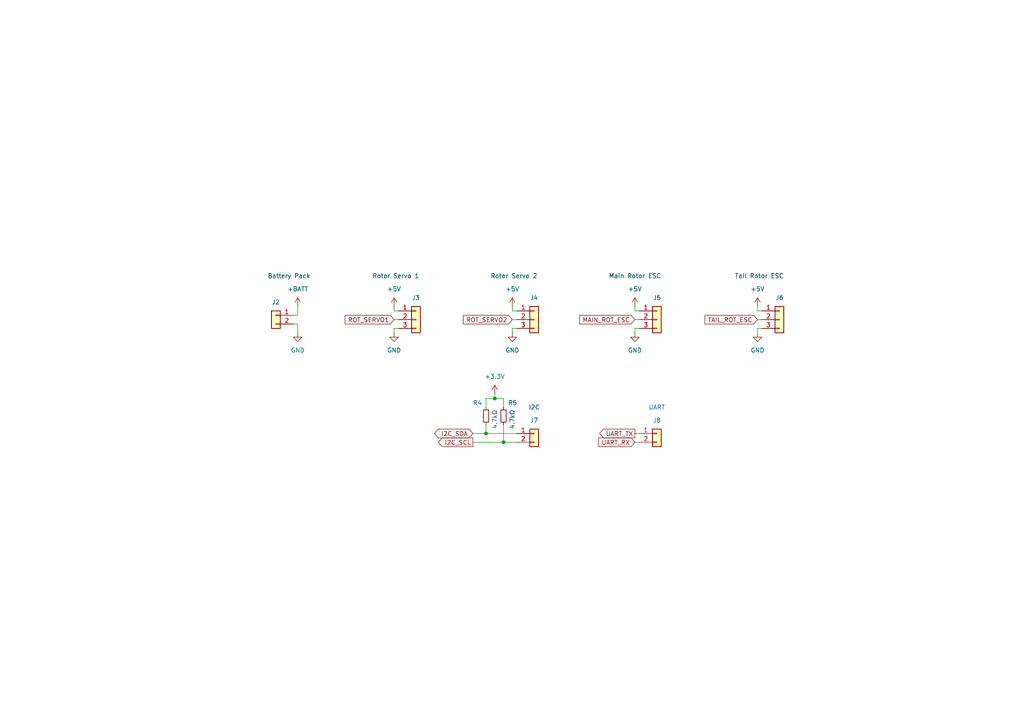
<source format=kicad_sch>
(kicad_sch (version 20211123) (generator eeschema)
  (paper "A4")
  (title_block (title "Connectors") (date "2022-12-17") (rev "${REVISION}"))
  (lib_symbols
    (symbol "Connector_Generic:Conn_01x02" (pin_names (offset 1.016) hide)
      (property "Reference" "J" (at 0 2.54 0))
      (property "Value" "Conn_01x02" (at 0 -5.08 0))
      (symbol "Conn_01x02_1_1"
        (rectangle (start -1.27 -2.413) (end 0 -2.667) (stroke (width 0.1524)))
        (rectangle (start -1.27 0.127) (end 0 -0.127) (stroke (width 0.1524)))
        (rectangle (start -1.27 1.27) (end 1.27 -3.81) (stroke (width 0.254)) (fill (type background)))
        (pin passive line (at -5.08 0 0) (length 3.81) (name "Pin_1") (number "1"))
        (pin passive line (at -5.08 -2.54 0) (length 3.81) (name "Pin_2") (number "2"))
      )
    )
    (symbol "Connector_Generic:Conn_01x03" (pin_names (offset 1.016) hide)
      (property "Reference" "J" (at 0 5.08 0))
      (property "Value" "Conn_01x03" (at 0 -5.08 0))
      (symbol "Conn_01x03_1_1"
        (rectangle (start -1.27 -2.413) (end 0 -2.667) (stroke (width 0.1524)))
        (rectangle (start -1.27 0.127) (end 0 -0.127) (stroke (width 0.1524)))
        (rectangle (start -1.27 2.667) (end 0 2.413) (stroke (width 0.1524)))
        (rectangle (start -1.27 3.81) (end 1.27 -3.81) (stroke (width 0.254)) (fill (type background)))
        (pin passive line (at -5.08 2.54 0) (length 3.81) (name "Pin_1") (number "1"))
        (pin passive line (at -5.08 0 0) (length 3.81) (name "Pin_2") (number "2"))
        (pin passive line (at -5.08 -2.54 0) (length 3.81) (name "Pin_3") (number "3"))
      )
    )
    (symbol "Device:R_Small" (pin_numbers hide) (pin_names (offset 0.254) hide)
      (property "Reference" "R" (at 0.762 0.508 0))
      (property "Value" "R_Small" (at 0.762 -1.016 0))
      (symbol "R_Small_0_1"
        (rectangle (start -0.762 1.778) (end 0.762 -1.778) (stroke (width 0.2032)))
      )
      (symbol "R_Small_1_1"
        (pin passive line (at 0 2.54 270) (length 0.762) (name "~") (number "1"))
        (pin passive line (at 0 -2.54 90) (length 0.762) (name "~") (number "2"))
      )
    )
    (symbol "power:+3.3V" (power) (pin_names (offset 0))
      (property "Value" "+3.3V" (at 0 3.556 0))
      (symbol "+3.3V_0_1"
        (polyline (pts (xy -0.762 1.27) (xy 0 2.54)))
        (polyline (pts (xy 0 0) (xy 0 2.54)))
        (polyline (pts (xy 0 2.54) (xy 0.762 1.27)))
      )
      (symbol "+3.3V_1_1"
        (pin power_in line (at 0 0 90) (length 0) hide (name "+3.3V") (number "1"))
      )
    )
    (symbol "power:+5V" (power) (pin_names (offset 0))
      (property "Value" "+5V" (at 0 3.556 0))
      (symbol "+5V_0_1"
        (polyline (pts (xy -0.762 1.27) (xy 0 2.54)))
        (polyline (pts (xy 0 0) (xy 0 2.54)))
        (polyline (pts (xy 0 2.54) (xy 0.762 1.27)))
      )
      (symbol "+5V_1_1"
        (pin power_in line (at 0 0 90) (length 0) hide (name "+5V") (number "1"))
      )
    )
    (symbol "power:+BATT" (power) (pin_names (offset 0))
      (property "Value" "+BATT" (at 0 3.556 0))
      (symbol "+BATT_0_1"
        (polyline (pts (xy -0.762 1.27) (xy 0 2.54)))
        (polyline (pts (xy 0 0) (xy 0 2.54)))
        (polyline (pts (xy 0 2.54) (xy 0.762 1.27)))
      )
      (symbol "+BATT_1_1"
        (pin power_in line (at 0 0 90) (length 0) hide (name "+BATT") (number "1"))
      )
    )
    (symbol "power:GND" (power) (pin_names (offset 0))
      (property "Value" "GND" (at 0 -3.81 0))
      (symbol "GND_0_1"
        (polyline (pts (xy 0 0) (xy 0 -1.27) (xy 1.27 -1.27) (xy 0 -2.54) (xy -1.27 -1.27) (xy 0 -1.27)))
      )
      (symbol "GND_1_1"
        (pin power_in line (at 0 0 270) (length 0) hide (name "GND") (number "1"))
      )
    )
  )
  (junction (at 146.05 128.27))
  (junction (at 143.51 115.57))
  (junction (at 140.97 125.73))
  (wire (pts (xy 219.71 90.17) (xy 220.98 90.17)))
  (wire (pts (xy 85.09 91.44) (xy 86.36 91.44)))
  (wire (pts (xy 185.42 128.27) (xy 184.15 128.27)))
  (wire (pts (xy 146.05 115.57) (xy 143.51 115.57)))
  (wire (pts (xy 146.05 118.11) (xy 146.05 115.57)))
  (wire (pts (xy 219.71 95.25) (xy 220.98 95.25)))
  (wire (pts (xy 143.51 115.57) (xy 140.97 115.57)))
  (wire (pts (xy 219.71 92.71) (xy 220.98 92.71)))
  (wire (pts (xy 184.15 90.17) (xy 185.42 90.17)))
  (wire (pts (xy 140.97 115.57) (xy 140.97 118.11)))
  (wire (pts (xy 146.05 123.19) (xy 146.05 128.27)))
  (wire (pts (xy 185.42 125.73) (xy 184.15 125.73)))
  (wire (pts (xy 143.51 114.3) (xy 143.51 115.57)))
  (wire (pts (xy 148.59 88.9) (xy 148.59 90.17)))
  (wire (pts (xy 86.36 93.98) (xy 86.36 96.52)))
  (wire (pts (xy 140.97 125.73) (xy 149.86 125.73)))
  (wire (pts (xy 146.05 128.27) (xy 149.86 128.27)))
  (wire (pts (xy 85.09 93.98) (xy 86.36 93.98)))
  (wire (pts (xy 114.3 95.25) (xy 115.57 95.25)))
  (wire (pts (xy 114.3 88.9) (xy 114.3 90.17)))
  (wire (pts (xy 140.97 123.19) (xy 140.97 125.73)))
  (wire (pts (xy 148.59 92.71) (xy 149.86 92.71)))
  (wire (pts (xy 137.16 125.73) (xy 140.97 125.73)))
  (wire (pts (xy 184.15 88.9) (xy 184.15 90.17)))
  (wire (pts (xy 184.15 95.25) (xy 185.42 95.25)))
  (wire (pts (xy 148.59 90.17) (xy 149.86 90.17)))
  (wire (pts (xy 148.59 95.25) (xy 148.59 96.52)))
  (wire (pts (xy 184.15 95.25) (xy 184.15 96.52)))
  (wire (pts (xy 114.3 90.17) (xy 115.57 90.17)))
  (wire (pts (xy 184.15 92.71) (xy 185.42 92.71)))
  (wire (pts (xy 219.71 95.25) (xy 219.71 96.52)))
  (wire (pts (xy 114.3 95.25) (xy 114.3 96.52)))
  (wire (pts (xy 219.71 88.9) (xy 219.71 90.17)))
  (wire (pts (xy 114.3 92.71) (xy 115.57 92.71)))
  (wire (pts (xy 148.59 95.25) (xy 149.86 95.25)))
  (wire (pts (xy 86.36 91.44) (xy 86.36 88.9)))
  (wire (pts (xy 137.16 128.27) (xy 146.05 128.27)))
  (global_label "I2C_SCL" (shape output) (at 137.16 128.27 180) (property "Intersheet References" "${INTERSHEET_REFS}" (effects hide)))
  (global_label "ROT_SERVO2" (shape input) (at 148.59 92.71 180) (property "Intersheet References" "${INTERSHEET_REFS}" (effects hide)))
  (global_label "I2C_SDA" (shape bidirectional) (at 137.16 125.73 180) (property "Intersheet References" "${INTERSHEET_REFS}" (effects hide)))
  (global_label "TAIL_ROT_ESC" (shape input) (at 219.71 92.71 180) (property "Intersheet References" "${INTERSHEET_REFS}" (effects hide)))
  (global_label "UART_TX" (shape output) (at 184.15 125.73 180) (property "Intersheet References" "${INTERSHEET_REFS}" (effects hide)))
  (global_label "UART_RX" (shape input) (at 184.15 128.27 180) (property "Intersheet References" "${INTERSHEET_REFS}" (effects hide)))
  (global_label "MAIN_ROT_ESC" (shape input) (at 184.15 92.71 180) (property "Intersheet References" "${INTERSHEET_REFS}" (effects hide)))
  (global_label "ROT_SERVO1" (shape input) (at 114.3 92.71 180) (property "Intersheet References" "${INTERSHEET_REFS}" (effects hide)))
  (symbol (lib_id "Connector_Generic:Conn_01x03") (at 226.06 92.71 0) (unit 1)
    (property "Reference" "J6" (at 227.33 86.3601 0) (effects (justify right)))
    (property "Value" "Tail Rotor ESC" (at 227.33 80.0101 0) (effects (justify right)))
    (property "Footprint" "Connector_PinHeader_2.54mm:PinHeader_1x03_P2.54mm_Vertical" (effects hide))
  )
  (symbol (lib_id "power:GND") (at 219.71 96.52 0) (unit 1)
    (property "Reference" "#PWR024" (effects hide))
    (property "Value" "GND" (at 219.71 101.6 0))
  )
  (symbol (lib_id "Connector_Generic:Conn_01x03") (at 190.5 92.71 0) (unit 1)
    (property "Reference" "J5" (at 191.77 86.3601 0) (effects (justify right)))
    (property "Value" "Main Rotor ESC" (at 191.77 80.0101 0) (effects (justify right)))
    (property "Footprint" "Connector_PinHeader_2.54mm:PinHeader_1x03_P2.54mm_Vertical" (effects hide))
  )
  (symbol (lib_id "power:GND") (at 114.3 96.52 0) (unit 1)
    (property "Reference" "#PWR021" (effects hide))
    (property "Value" "GND" (at 114.3 101.6 0))
  )
  (symbol (lib_id "power:+5V") (at 219.71 88.9 0) (unit 1)
    (property "Reference" "#PWR019" (effects hide))
    (property "Value" "+5V" (at 219.71 83.82 0))
  )
  (symbol (lib_id "power:GND") (at 148.59 96.52 0) (unit 1)
    (property "Reference" "#PWR022" (effects hide))
    (property "Value" "GND" (at 148.59 101.6 0))
  )
  (symbol (lib_id "power:GND") (at 184.15 96.52 0) (unit 1)
    (property "Reference" "#PWR023" (effects hide))
    (property "Value" "GND" (at 184.15 101.6 0))
  )
  (symbol (lib_id "power:+5V") (at 184.15 88.9 0) (unit 1)
    (property "Reference" "#PWR018" (effects hide))
    (property "Value" "+5V" (at 184.15 83.82 0))
  )
  (symbol (lib_id "Connector_Generic:Conn_01x02") (at 154.94 125.73 0) (unit 1)
    (property "Reference" "J7" (at 154.94 121.92 0))
    (property "Value" "I2C" (at 154.94 118.11 0))
    (property "Footprint" "Connector_PinHeader_2.54mm:PinHeader_1x02_P2.54mm_Vertical" (effects hide))
  )
  (symbol (lib_id "power:GND") (at 86.36 96.52 0) (unit 1)
    (property "Reference" "#PWR020" (effects hide))
    (property "Value" "GND" (at 86.36 101.6 0))
  )
  (symbol (lib_id "Connector_Generic:Conn_01x03") (at 120.65 92.71 0) (unit 1)
    (property "Reference" "J3" (at 119.38 86.3599 0) (effects (justify left)))
    (property "Value" "Rotor Servo 1" (at 107.95 80.0099 0) (effects (justify left)))
    (property "Footprint" "Connector_PinHeader_2.54mm:PinHeader_1x03_P2.54mm_Vertical" (effects hide))
  )
  (symbol (lib_id "power:+5V") (at 114.3 88.9 0) (unit 1)
    (property "Reference" "#PWR016" (effects hide))
    (property "Value" "+5V" (at 114.3 83.82 0))
  )
  (symbol (lib_id "Device:R_Small") (at 140.97 120.65 0) (unit 1)
    (property "Reference" "R4" (at 137.16 116.8399 0) (effects (justify left)))
    (property "Value" "4.7kΩ" (at 143.51 124.4599 90) (effects (justify left)))
    (property "Footprint" "Resistor_SMD:R_0603_1608Metric" (effects hide))
  )
  (symbol (lib_id "Device:R_Small") (at 146.05 120.65 0) (unit 1)
    (property "Reference" "R5" (at 147.32 116.8399 0) (effects (justify left)))
    (property "Value" "4.7kΩ" (at 148.59 124.4599 90) (effects (justify left)))
    (property "Footprint" "Resistor_SMD:R_0603_1608Metric" (effects hide))
  )
  (symbol (lib_id "power:+BATT") (at 86.36 88.9 0) (unit 1)
    (property "Reference" "#PWR015" (effects hide))
    (property "Value" "+BATT" (at 86.36 83.82 0))
  )
  (symbol (lib_id "power:+5V") (at 148.59 88.9 0) (unit 1)
    (property "Reference" "#PWR017" (effects hide))
    (property "Value" "+5V" (at 148.59 83.82 0))
  )
  (symbol (lib_id "Connector_Generic:Conn_01x02") (at 80.01 91.44 0) (mirror y) (unit 1)
    (property "Reference" "J2" (at 80.01 87.63 0))
    (property "Value" "Battery Pack" (at 83.82 80.01 0))
    (property "Footprint" "Connector_PinHeader_2.54mm:PinHeader_1x02_P2.54mm_Vertical" (effects hide))
  )
  (symbol (lib_id "power:+3.3V") (at 143.51 114.3 0) (unit 1)
    (property "Reference" "#PWR025" (effects hide))
    (property "Value" "+3.3V" (at 143.51 109.22 0))
  )
  (symbol (lib_id "Connector_Generic:Conn_01x02") (at 190.5 125.73 0) (unit 1)
    (property "Reference" "J8" (at 190.5 121.92 0))
    (property "Value" "UART" (at 190.5 118.11 0))
    (property "Footprint" "Connector_PinHeader_2.54mm:PinHeader_1x02_P2.54mm_Vertical" (effects hide))
  )
  (symbol (lib_id "Connector_Generic:Conn_01x03") (at 154.94 92.71 0) (unit 1)
    (property "Reference" "J4" (at 153.67 86.3599 0) (effects (justify left)))
    (property "Value" "Rotor Servo 2" (at 142.24 80.0099 0) (effects (justify left)))
    (property "Footprint" "Connector_PinHeader_2.54mm:PinHeader_1x03_P2.54mm_Vertical" (effects hide))
  )
)
</source>
